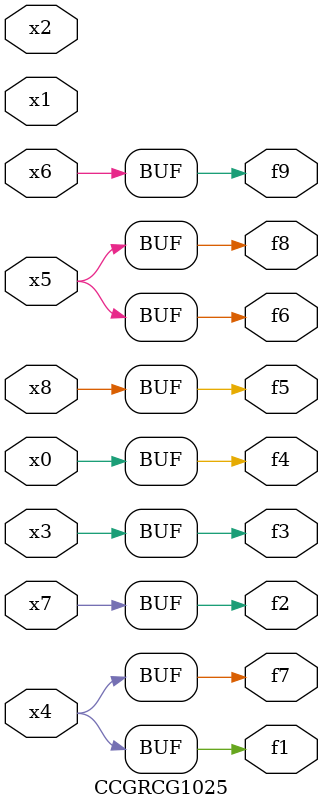
<source format=v>
module CCGRCG1025(
	input x0, x1, x2, x3, x4, x5, x6, x7, x8,
	output f1, f2, f3, f4, f5, f6, f7, f8, f9
);
	assign f1 = x4;
	assign f2 = x7;
	assign f3 = x3;
	assign f4 = x0;
	assign f5 = x8;
	assign f6 = x5;
	assign f7 = x4;
	assign f8 = x5;
	assign f9 = x6;
endmodule

</source>
